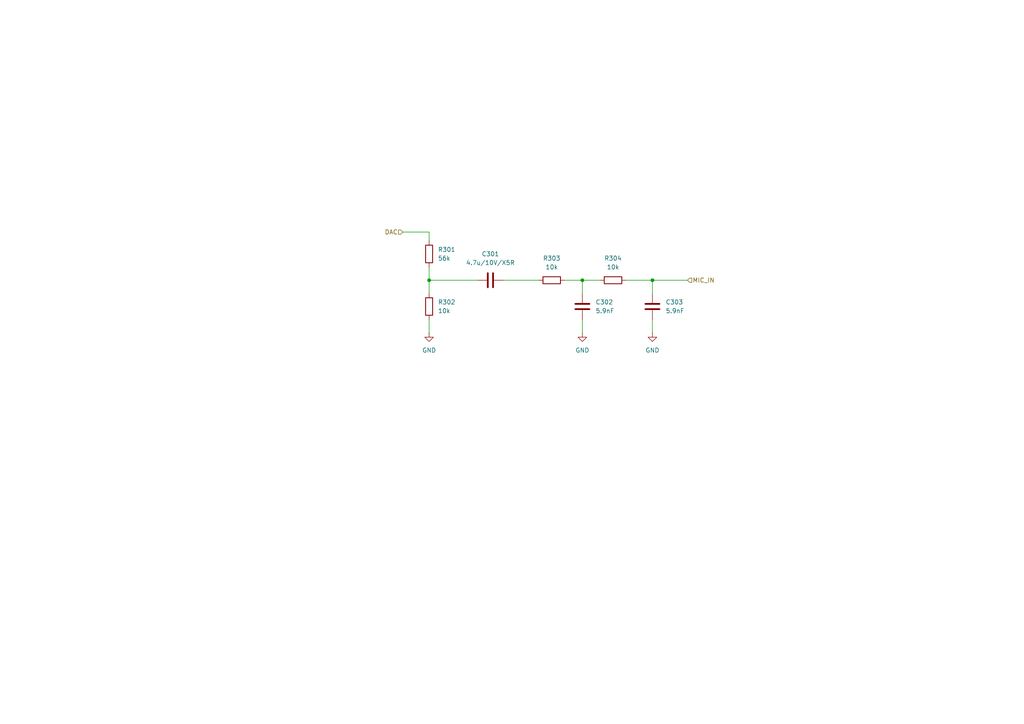
<source format=kicad_sch>
(kicad_sch (version 20250114) (generator "eeschema") (generator_version "9.0")
  (paper "A4")
  (title_block (title "DAC to MIC_IN filter") (rev "<<HASH>>") (company "Amateurfunkclub für Remote Stationen"))
  (lib_symbols
    (symbol "Device:C" (pin_numbers (hide yes)) (pin_names (offset 0.254))
      (property "Reference" "C" (at 0.635 2.54 0))
      (property "Value" "C" (at 0.635 -2.54 0))
      (symbol "C_0_1"
        (polyline (pts (xy -2.032 0.762) (xy 2.032 0.762)) (stroke (width 0.508)))
        (polyline (pts (xy -2.032 -0.762) (xy 2.032 -0.762)) (stroke (width 0.508)))
      )
      (symbol "C_1_1"
        (pin passive line (at 0 3.81 270) (length 2.794) (name "~") (number "1"))
        (pin passive line (at 0 -3.81 90) (length 2.794) (name "~") (number "2"))
      )
    )
    (symbol "Device:R" (pin_numbers (hide yes)) (pin_names (offset 0))
      (property "Reference" "R" (at 2.032 0 90))
      (property "Value" "R" (at 0 0 90))
      (symbol "R_0_1"
        (rectangle (start -1.016 -2.54) (end 1.016 2.54) (stroke (width 0.254)))
      )
      (symbol "R_1_1"
        (pin passive line (at 0 3.81 270) (length 1.27) (name "~") (number "1"))
        (pin passive line (at 0 -3.81 90) (length 1.27) (name "~") (number "2"))
      )
    )
    (symbol "power:GND" (power) (pin_numbers (hide yes)) (pin_names (offset 0) (hide yes))
      (property "Value" "GND" (at 0 -3.81 0))
      (symbol "GND_0_1"
        (polyline (pts (xy 0 0) (xy 0 -1.27) (xy 1.27 -1.27) (xy 0 -2.54) (xy -1.27 -1.27) (xy 0 -1.27)))
      )
      (symbol "GND_1_1"
        (pin power_in line (at 0 0 270) (length 0) (name "~") (number "1"))
      )
    )
  )
  (junction (at 124.46 81.28))
  (junction (at 168.91 81.28))
  (junction (at 189.23 81.28))
  (wire (pts (xy 168.91 81.28) (xy 173.99 81.28)))
  (wire (pts (xy 124.46 81.28) (xy 124.46 85.09)))
  (wire (pts (xy 146.05 81.28) (xy 156.21 81.28)))
  (wire (pts (xy 181.61 81.28) (xy 189.23 81.28)))
  (wire (pts (xy 189.23 81.28) (xy 199.39 81.28)))
  (wire (pts (xy 124.46 67.31) (xy 124.46 69.85)))
  (wire (pts (xy 124.46 77.47) (xy 124.46 81.28)))
  (wire (pts (xy 189.23 92.71) (xy 189.23 96.52)))
  (wire (pts (xy 124.46 81.28) (xy 138.43 81.28)))
  (wire (pts (xy 168.91 92.71) (xy 168.91 96.52)))
  (wire (pts (xy 189.23 81.28) (xy 189.23 85.09)))
  (wire (pts (xy 124.46 92.71) (xy 124.46 96.52)))
  (wire (pts (xy 163.83 81.28) (xy 168.91 81.28)))
  (wire (pts (xy 168.91 81.28) (xy 168.91 85.09)))
  (wire (pts (xy 116.84 67.31) (xy 124.46 67.31)))
  (hierarchical_label "DAC" (shape input) (at 116.84 67.31 180))
  (hierarchical_label "MIC_IN" (shape input) (at 199.39 81.28 0))
  (symbol (lib_id "Device:R") (at 177.8 81.28 90) (unit 1)
    (property "Reference" "R304" (at 177.8 74.93 90))
    (property "Value" "10k" (at 177.8 77.47 90))
    (property "Footprint" "Resistor_SMD:R_0805_2012Metric" (effects (hide yes)))
    (property "Description" "Resistor" (effects (hide yes)))
  )
  (symbol (lib_id "power:GND") (at 168.91 96.52 0) (unit 1)
    (property "Reference" "#PWR0302" (effects (hide yes)))
    (property "Value" "GND" (at 168.91 101.6 0))
    (property "Description" "Power symbol creates a global label with name \"GND\" , ground" (effects (hide yes)))
  )
  (symbol (lib_id "Device:R") (at 160.02 81.28 90) (unit 1)
    (property "Reference" "R303" (at 160.02 74.93 90))
    (property "Value" "10k" (at 160.02 77.47 90))
    (property "Footprint" "Resistor_SMD:R_0805_2012Metric" (effects (hide yes)))
    (property "Description" "Resistor" (effects (hide yes)))
  )
  (symbol (lib_id "Device:R") (at 124.46 73.66 0) (unit 1)
    (property "Reference" "R301" (at 127 72.3899 0) (effects (justify left)))
    (property "Value" "56k" (at 127 74.9299 0) (effects (justify left)))
    (property "Footprint" "Resistor_SMD:R_0805_2012Metric" (effects (hide yes)))
    (property "Description" "Resistor" (effects (hide yes)))
  )
  (symbol (lib_id "Device:C") (at 189.23 88.9 0) (unit 1)
    (property "Reference" "C303" (at 193.04 87.6299 0) (effects (justify left)))
    (property "Value" "5.9nF" (at 193.04 90.1699 0) (effects (justify left)))
    (property "Footprint" "Capacitor_SMD:C_0805_2012Metric" (effects (hide yes)))
    (property "Description" "Unpolarized capacitor" (effects (hide yes)))
  )
  (symbol (lib_id "Device:C") (at 142.24 81.28 270) (unit 1)
    (property "Reference" "C301" (at 142.24 73.66 90))
    (property "Value" "4.7u/10V/X5R" (at 142.24 76.2 90))
    (property "Footprint" "Capacitor_SMD:C_0805_2012Metric" (effects (hide yes)))
    (property "Description" "Unpolarized capacitor" (effects (hide yes)))
    (property "MOUSER" "187-CL21A475KAQNNNF" (effects (hide yes)))
  )
  (symbol (lib_id "power:GND") (at 189.23 96.52 0) (unit 1)
    (property "Reference" "#PWR0303" (effects (hide yes)))
    (property "Value" "GND" (at 189.23 101.6 0))
    (property "Description" "Power symbol creates a global label with name \"GND\" , ground" (effects (hide yes)))
  )
  (symbol (lib_id "Device:R") (at 124.46 88.9 0) (unit 1)
    (property "Reference" "R302" (at 127 87.6299 0) (effects (justify left)))
    (property "Value" "10k" (at 127 90.1699 0) (effects (justify left)))
    (property "Footprint" "Resistor_SMD:R_0805_2012Metric" (effects (hide yes)))
    (property "Description" "Resistor" (effects (hide yes)))
  )
  (symbol (lib_id "Device:C") (at 168.91 88.9 0) (unit 1)
    (property "Reference" "C302" (at 172.72 87.6299 0) (effects (justify left)))
    (property "Value" "5.9nF" (at 172.72 90.1699 0) (effects (justify left)))
    (property "Footprint" "Capacitor_SMD:C_0805_2012Metric" (effects (hide yes)))
    (property "Description" "Unpolarized capacitor" (effects (hide yes)))
  )
  (symbol (lib_id "power:GND") (at 124.46 96.52 0) (unit 1)
    (property "Reference" "#PWR0301" (effects (hide yes)))
    (property "Value" "GND" (at 124.46 101.6 0))
    (property "Description" "Power symbol creates a global label with name \"GND\" , ground" (effects (hide yes)))
  )
)
</source>
